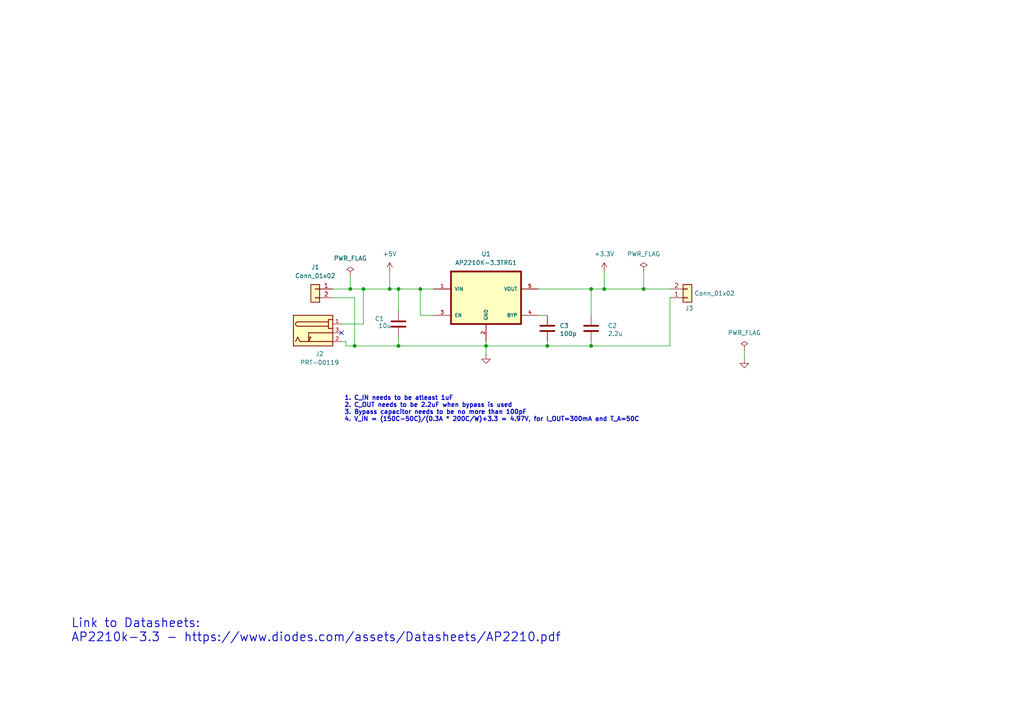
<source format=kicad_sch>
(kicad_sch (version 20231120) (generator "eeschema") (generator_version "8.0")
  (paper "A4")
  (lib_symbols
    (symbol "AP2210K-3.3TRG1:AP2210K-3.3TRG1" (pin_names (offset 1.016))
      (property "Reference" "U" (at -10.16 11.43 0))
      (property "Value" "AP2210K-3.3TRG1" (at -10.16 8.89 0))
      (symbol "AP2210K-3.3TRG1_0_0"
        (rectangle (start -10.16 -7.62) (end 10.16 7.62) (stroke (width 0.508)) (fill (type background)))
        (pin bidirectional line (at -15.24 2.54 0) (length 5.08) (name "VIN") (number "1"))
        (pin bidirectional line (at 0 -12.7 90) (length 5.08) (name "GND") (number "2"))
        (pin bidirectional line (at -15.24 -5.08 0) (length 5.08) (name "EN") (number "3"))
        (pin bidirectional line (at 15.24 -5.08 180) (length 5.08) (name "BYP") (number "4"))
        (pin bidirectional line (at 15.24 2.54 180) (length 5.08) (name "VOUT") (number "5"))
      )
    )
    (symbol "Connector_Generic:Conn_01x02" (pin_names (offset 1.016) hide)
      (property "Reference" "J" (at 0 2.54 0))
      (property "Value" "Conn_01x02" (at 0 -5.08 0))
      (symbol "Conn_01x02_1_1"
        (rectangle (start -1.27 -2.413) (end 0 -2.667) (stroke (width 0.1524)))
        (rectangle (start -1.27 0.127) (end 0 -0.127) (stroke (width 0.1524)))
        (rectangle (start -1.27 1.27) (end 1.27 -3.81) (stroke (width 0.254)) (fill (type background)))
        (pin passive line (at -5.08 0 0) (length 3.81) (name "Pin_1") (number "1"))
        (pin passive line (at -5.08 -2.54 0) (length 3.81) (name "Pin_2") (number "2"))
      )
    )
    (symbol "Device:C" (pin_numbers hide) (pin_names (offset 0.254))
      (property "Reference" "C" (at 0.635 2.54 0))
      (property "Value" "C" (at 0.635 -2.54 0))
      (symbol "C_0_1"
        (polyline (pts (xy -2.032 -0.762) (xy 2.032 -0.762)) (stroke (width 0.508)))
        (polyline (pts (xy -2.032 0.762) (xy 2.032 0.762)) (stroke (width 0.508)))
      )
      (symbol "C_1_1"
        (pin passive line (at 0 3.81 270) (length 2.794) (name "~") (number "1"))
        (pin passive line (at 0 -3.81 90) (length 2.794) (name "~") (number "2"))
      )
    )
    (symbol "my_connectors:PRT-00119" (pin_names (offset 1.016))
      (property "Reference" "J" (at -4.445 5.715 0))
      (property "Value" "PRT-00119" (at -4.445 -6.35 0))
      (symbol "PRT-00119_0_0"
        (rectangle (start -3.81 -3.81) (end 7.62 5.08) (stroke (width 0.254)) (fill (type background)))
        (polyline (pts (xy -3.81 -2.54) (xy 5.715 -2.54)) (stroke (width 0.254)))
        (polyline (pts (xy -3.81 0) (xy 3.175 0)) (stroke (width 0.254)))
        (polyline (pts (xy -3.81 1.27) (xy -2.54 1.27)) (stroke (width 0.254)))
        (polyline (pts (xy -2.54 1.27) (xy -2.54 1.905)) (stroke (width 0.254)))
        (polyline (pts (xy -2.54 1.905) (xy 6.35 1.905)) (stroke (width 0.254)))
        (polyline (pts (xy -2.54 3.175) (xy -2.54 1.905)) (stroke (width 0.254)))
        (polyline (pts (xy -2.54 3.175) (xy -2.54 3.81)) (stroke (width 0.254)))
        (polyline (pts (xy -2.54 3.175) (xy 6.35 3.175)) (stroke (width 0.254)))
        (polyline (pts (xy -2.54 3.81) (xy -3.81 3.81)) (stroke (width 0.254)))
        (polyline (pts (xy 2.54 -1.27) (xy 3.175 -1.27)) (stroke (width 0.254)))
        (polyline (pts (xy 3.175 -2.54) (xy 2.54 -1.27)) (stroke (width 0.254)))
        (polyline (pts (xy 3.175 -1.27) (xy 3.175 -2.54)) (stroke (width 0.254)))
        (polyline (pts (xy 3.175 0) (xy 3.175 -1.27)) (stroke (width 0.254)))
        (polyline (pts (xy 5.715 -2.54) (xy 6.35 -1.27)) (stroke (width 0.254)))
        (polyline (pts (xy 6.35 -1.27) (xy 6.985 -2.54)) (stroke (width 0.254)))
        (arc (start 6.35 1.905) (mid 6.9822 2.54) (end 6.35 3.175) (stroke (width 0.254)))
        (pin bidirectional line (at -6.35 2.54 0) (length 2.54) (name "~") (number "1"))
        (pin bidirectional line (at -6.35 -2.54 0) (length 2.54) (name "~") (number "2"))
        (pin bidirectional line (at -6.35 0 0) (length 2.54) (name "~") (number "3"))
      )
    )
    (symbol "power:+3.3V" (power) (pin_numbers hide) (pin_names (offset 0) hide)
      (property "Value" "+3.3V" (at 0 3.556 0))
      (symbol "+3.3V_0_1"
        (polyline (pts (xy -0.762 1.27) (xy 0 2.54)))
        (polyline (pts (xy 0 0) (xy 0 2.54)))
        (polyline (pts (xy 0 2.54) (xy 0.762 1.27)))
      )
      (symbol "+3.3V_1_1"
        (pin power_in line (at 0 0 90) (length 0) (name "~") (number "1"))
      )
    )
    (symbol "power:+5V" (power) (pin_numbers hide) (pin_names (offset 0) hide)
      (property "Value" "+5V" (at 0 3.556 0))
      (symbol "+5V_0_1"
        (polyline (pts (xy -0.762 1.27) (xy 0 2.54)))
        (polyline (pts (xy 0 0) (xy 0 2.54)))
        (polyline (pts (xy 0 2.54) (xy 0.762 1.27)))
      )
      (symbol "+5V_1_1"
        (pin power_in line (at 0 0 90) (length 0) (name "~") (number "1"))
      )
    )
    (symbol "power:GND" (power) (pin_numbers hide) (pin_names (offset 0) hide)
      (property "Value" "GND" (at 0 -3.81 0))
      (symbol "GND_0_1"
        (polyline (pts (xy 0 0) (xy 0 -1.27) (xy 1.27 -1.27) (xy 0 -2.54) (xy -1.27 -1.27) (xy 0 -1.27)))
      )
      (symbol "GND_1_1"
        (pin power_in line (at 0 0 270) (length 0) (name "~") (number "1"))
      )
    )
    (symbol "power:PWR_FLAG" (power) (pin_numbers hide) (pin_names (offset 0) hide)
      (property "Value" "PWR_FLAG" (at 0 3.81 0))
      (symbol "PWR_FLAG_0_0"
        (pin power_out line (at 0 0 90) (length 0) (name "~") (number "1"))
      )
      (symbol "PWR_FLAG_0_1"
        (polyline (pts (xy 0 0) (xy 0 1.27) (xy -1.016 1.905) (xy 0 2.54) (xy 1.016 1.905) (xy 0 1.27)))
      )
    )
  )
  (junction (at 105.41 83.82))
  (junction (at 113.03 83.82))
  (junction (at 115.57 100.33))
  (junction (at 171.45 100.33))
  (junction (at 171.45 83.82))
  (junction (at 115.57 83.82))
  (junction (at 186.69 83.82))
  (junction (at 102.87 100.33))
  (junction (at 101.6 83.82))
  (junction (at 140.97 100.33))
  (junction (at 121.92 83.82))
  (junction (at 175.26 83.82))
  (junction (at 158.75 100.33))
  (no_connect (at 99.06 96.52))
  (wire (pts (xy 140.97 99.06) (xy 140.97 100.33)))
  (wire (pts (xy 100.33 100.33) (xy 102.87 100.33)))
  (wire (pts (xy 96.52 86.36) (xy 102.87 86.36)))
  (wire (pts (xy 158.75 99.06) (xy 158.75 100.33)))
  (wire (pts (xy 101.6 80.01) (xy 101.6 83.82)))
  (wire (pts (xy 96.52 83.82) (xy 101.6 83.82)))
  (wire (pts (xy 125.73 91.44) (xy 121.92 91.44)))
  (wire (pts (xy 156.21 83.82) (xy 171.45 83.82)))
  (wire (pts (xy 194.31 86.36) (xy 194.31 100.33)))
  (wire (pts (xy 115.57 83.82) (xy 121.92 83.82)))
  (wire (pts (xy 171.45 100.33) (xy 194.31 100.33)))
  (wire (pts (xy 171.45 83.82) (xy 171.45 91.44)))
  (wire (pts (xy 156.21 91.44) (xy 158.75 91.44)))
  (wire (pts (xy 158.75 100.33) (xy 140.97 100.33)))
  (wire (pts (xy 115.57 97.79) (xy 115.57 100.33)))
  (wire (pts (xy 115.57 100.33) (xy 140.97 100.33)))
  (wire (pts (xy 100.33 99.06) (xy 100.33 100.33)))
  (wire (pts (xy 215.9 101.6) (xy 215.9 104.14)))
  (wire (pts (xy 175.26 83.82) (xy 175.26 78.74)))
  (wire (pts (xy 102.87 86.36) (xy 102.87 100.33)))
  (wire (pts (xy 121.92 83.82) (xy 125.73 83.82)))
  (wire (pts (xy 101.6 83.82) (xy 105.41 83.82)))
  (wire (pts (xy 171.45 83.82) (xy 175.26 83.82)))
  (wire (pts (xy 113.03 78.74) (xy 113.03 83.82)))
  (wire (pts (xy 113.03 83.82) (xy 115.57 83.82)))
  (wire (pts (xy 115.57 83.82) (xy 115.57 90.17)))
  (wire (pts (xy 102.87 100.33) (xy 115.57 100.33)))
  (wire (pts (xy 175.26 83.82) (xy 186.69 83.82)))
  (wire (pts (xy 121.92 91.44) (xy 121.92 83.82)))
  (wire (pts (xy 105.41 93.98) (xy 105.41 83.82)))
  (wire (pts (xy 99.06 93.98) (xy 105.41 93.98)))
  (wire (pts (xy 158.75 100.33) (xy 171.45 100.33)))
  (wire (pts (xy 99.06 99.06) (xy 100.33 99.06)))
  (wire (pts (xy 186.69 83.82) (xy 186.69 78.74)))
  (wire (pts (xy 140.97 100.33) (xy 140.97 102.87)))
  (wire (pts (xy 186.69 83.82) (xy 194.31 83.82)))
  (wire (pts (xy 105.41 83.82) (xy 113.03 83.82)))
  (wire (pts (xy 171.45 99.06) (xy 171.45 100.33)))
  (text "1. C_IN needs to be atleast 1uF\n2. C_OUT needs to be 2.2uF when bypass is used\n3. Bypass capacitor needs to be no more than 100pF\n4. V_IN = (150C-50C)/(0.3A * 200C/W)+3.3 = 4.97V, for I_OUT=300mA and T_A=50C" (at 99.822 118.618 0) (effects (font (size 1.27 1.27) (bold yes)) (justify left)))
  (text "Link to Datasheets:\nAP2210k-3.3 - https://www.diodes.com/assets/Datasheets/AP2210.pdf" (at 20.574 182.88 0) (effects (font (size 2.54 2.54) (thickness 0.254) (bold yes)) (justify left)))
  (symbol (lib_id "Connector_Generic:Conn_01x02") (at 91.44 83.82 0) (mirror y) (unit 1)
    (property "Reference" "J1" (at 91.44 77.47 0))
    (property "Value" "Conn_01x02" (at 91.44 80.01 0))
    (property "Footprint" "TerminalBlock_Phoenix:TerminalBlock_Phoenix_PT-1,5-2-5.0-H_1x02_P5.00mm_Horizontal" (effects (hide yes)))
    (property "Description" "Generic connector, single row, 01x02, script generated (kicad-library-utils/schlib/autogen/connector/)" (effects (hide yes)))
  )
  (symbol (lib_id "Connector_Generic:Conn_01x02") (at 199.39 86.36 0) (mirror x) (unit 1)
    (property "Reference" "J3" (at 199.898 89.408 0))
    (property "Value" "Conn_01x02" (at 207.264 85.09 0))
    (property "Footprint" "TerminalBlock_Phoenix:TerminalBlock_Phoenix_PT-1,5-2-5.0-H_1x02_P5.00mm_Horizontal" (effects (hide yes)))
    (property "Description" "Generic connector, single row, 01x02, script generated (kicad-library-utils/schlib/autogen/connector/)" (effects (hide yes)))
  )
  (symbol (lib_id "power:+3.3V") (at 175.26 78.74 0) (unit 1)
    (property "Reference" "#PWR03" (effects (hide yes)))
    (property "Value" "+3.3V" (at 175.26 73.66 0))
    (property "Description" "Power symbol creates a global label with name \"+3.3V\"" (effects (hide yes)))
  )
  (symbol (lib_id "Device:C") (at 158.75 95.25 0) (unit 1)
    (property "Reference" "C3" (at 162.306 94.488 0) (effects (justify left)))
    (property "Value" "100p" (at 162.306 96.774 0) (effects (justify left)))
    (property "Footprint" "Capacitor_SMD:C_0402_1005Metric" (effects (hide yes)))
    (property "Description" "Unpolarized capacitor" (effects (hide yes)))
  )
  (symbol (lib_id "power:GND") (at 140.97 102.87 0) (unit 1)
    (property "Reference" "#PWR02" (effects (hide yes)))
    (property "Value" "GND" (effects (hide yes)))
    (property "Description" "Power symbol creates a global label with name \"GND\" , ground" (effects (hide yes)))
  )
  (symbol (lib_id "power:PWR_FLAG") (at 215.9 101.6 0) (unit 1)
    (property "Reference" "#FLG03" (effects (hide yes)))
    (property "Value" "PWR_FLAG" (at 215.9 96.52 0))
    (property "Description" "Special symbol for telling ERC where power comes from" (effects (hide yes)))
  )
  (symbol (lib_id "power:PWR_FLAG") (at 101.6 80.01 0) (unit 1)
    (property "Reference" "#FLG01" (effects (hide yes)))
    (property "Value" "PWR_FLAG" (at 101.6 74.93 0))
    (property "Description" "Special symbol for telling ERC where power comes from" (effects (hide yes)))
  )
  (symbol (lib_id "Device:C") (at 115.57 93.98 0) (unit 1)
    (property "Reference" "C1" (at 108.712 92.456 0) (effects (justify left)))
    (property "Value" "10u" (at 109.728 94.488 0) (effects (justify left)))
    (property "Footprint" "Capacitor_SMD:C_0603_1608Metric" (effects (hide yes)))
    (property "Description" "Unpolarized capacitor" (effects (hide yes)))
  )
  (symbol (lib_id "AP2210K-3.3TRG1:AP2210K-3.3TRG1") (at 140.97 86.36 0) (unit 1)
    (property "Reference" "U1" (at 140.97 73.66 0))
    (property "Value" "AP2210K-3.3TRG1" (at 140.97 76.2 0))
    (property "Footprint" "AP2210K-3.3TRG1:SOT-23-5_RAW" (effects (hide yes)))
    (property "MF" "Diodes Inc." (effects (hide yes)))
    (property "Description_1" "\n                        \n                            Voltage Regulators, LDO, 300mA CMOS LDO 3.3V 250mV | Diodes Inc AP2210K-3.3TRG1\n                        \n" (effects (hide yes)))
    (property "Package" "SOT-23-5 Diodes Inc." (effects (hide yes)))
    (property "Price" "None" (effects (hide yes)))
    (property "SnapEDA_Link" "https://www.snapeda.com/parts/AP2210K-3.3TRG1/Diodes+Inc./view-part/?ref=snap" (effects (hide yes)))
    (property "MP" "AP2210K-3.3TRG1" (effects (hide yes)))
    (property "Availability" "In Stock" (effects (hide yes)))
    (property "Check_prices" "https://www.snapeda.com/parts/AP2210K-3.3TRG1/Diodes+Inc./view-part/?ref=eda" (effects (hide yes)))
  )
  (symbol (lib_id "power:+5V") (at 113.03 78.74 0) (mirror y) (unit 1)
    (property "Reference" "#PWR01" (effects (hide yes)))
    (property "Value" "+5V" (at 113.03 73.66 0))
    (property "Description" "Power symbol creates a global label with name \"+5V\"" (effects (hide yes)))
  )
  (symbol (lib_id "power:PWR_FLAG") (at 186.69 78.74 0) (unit 1)
    (property "Reference" "#FLG02" (effects (hide yes)))
    (property "Value" "PWR_FLAG" (at 186.69 73.66 0))
    (property "Description" "Special symbol for telling ERC where power comes from" (effects (hide yes)))
  )
  (symbol (lib_id "my_connectors:PRT-00119") (at 92.71 96.52 0) (mirror y) (unit 1)
    (property "Reference" "J2" (at 92.71 102.616 0))
    (property "Value" "PRT-00119" (at 92.71 105.156 0))
    (property "Footprint" "my_connectors:PRT-00119" (effects (hide yes)))
    (property "MF" "SparkFun" (effects (hide yes)))
    (property "Description_1" "\n                        \n                            Power Barrel Connector Jack 0.079 (2.00mm ID), 0.256 (6.50mm OD) Through Hole, Right Angle\n                        \n" (effects (hide yes)))
    (property "Package" "None" (effects (hide yes)))
    (property "Price" "None" (effects (hide yes)))
    (property "SnapEDA_Link" "https://www.snapeda.com/parts/PRT-00119/SparkFun/view-part/?ref=snap" (effects (hide yes)))
    (property "MP" "PRT-00119" (effects (hide yes)))
    (property "Availability" "In Stock" (effects (hide yes)))
    (property "Check_prices" "https://www.snapeda.com/parts/PRT-00119/SparkFun/view-part/?ref=eda" (effects (hide yes)))
  )
  (symbol (lib_id "Device:C") (at 171.45 95.25 0) (unit 1)
    (property "Reference" "C2" (at 176.276 94.488 0) (effects (justify left)))
    (property "Value" "2.2u" (at 176.276 96.774 0) (effects (justify left)))
    (property "Footprint" "Capacitor_SMD:C_0201_0603Metric" (effects (hide yes)))
    (property "Description" "Unpolarized capacitor" (effects (hide yes)))
  )
  (symbol (lib_id "power:GND") (at 215.9 104.14 0) (unit 1)
    (property "Reference" "#PWR04" (effects (hide yes)))
    (property "Value" "GND" (effects (hide yes)))
    (property "Description" "Power symbol creates a global label with name \"GND\" , ground" (effects (hide yes)))
  )
)
</source>
